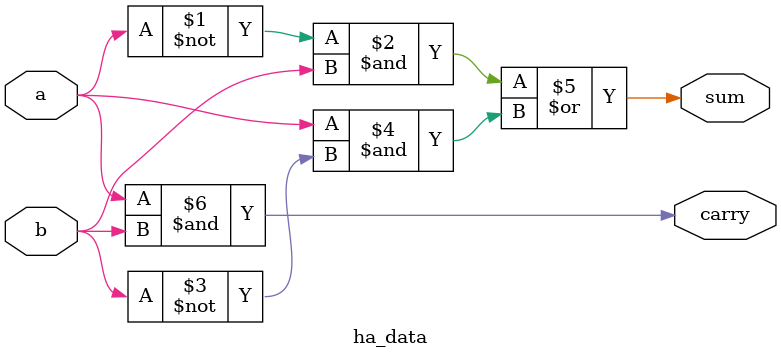
<source format=v>
module ha_data(a,b,sum,carry);

input a,b;
output sum,carry;

assign sum = (~a & b) | (a & ~b);
assign carry = a&b;


endmodule



</source>
